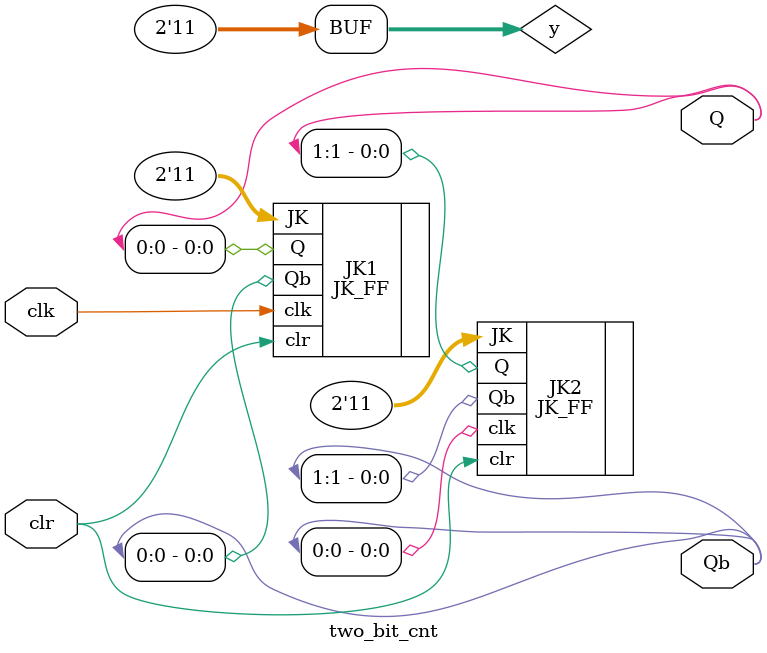
<source format=sv>
`timescale 1ns / 1ps


module two_bit_cnt(clr, clk, Q, Qb);
    input clr;
    input clk;
    output logic [1:0] Q;
    output logic [1:0] Qb;
    
    wire [1:0] y;
    
    assign y = {1'b1, 1'b1};
    
    JK_FF JK1(.clr(clr), .clk(clk), .JK(y), .Q(Q[0]), .Qb(Qb[0]));
    JK_FF JK2(.clr(clr), .clk(Qb[0]), .JK(y), .Q(Q[1]), .Qb(Qb[1]));
    
endmodule

</source>
